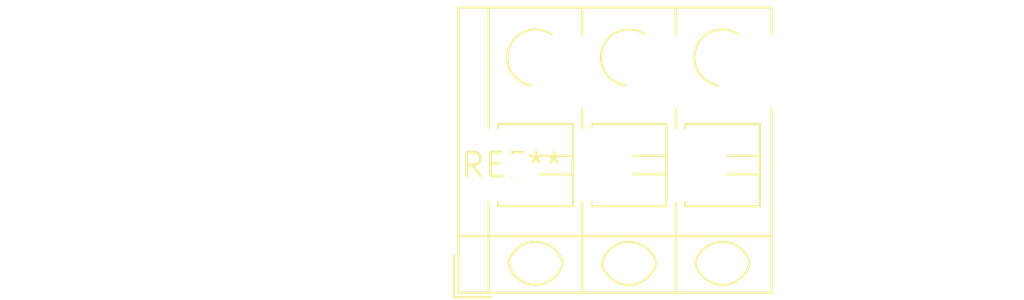
<source format=kicad_pcb>
(kicad_pcb (version 20240108) (generator pcbnew)
  (layers (0 "F.Cu" signal) (31 "B.Cu" signal) (34 "B.Paste" user) (35 "F.Paste" user) (36 "B.SilkS" user "B.Silkscreen") (37 "F.SilkS" user "F.Silkscreen") (38 "B.Mask" user) (39 "F.Mask" user) (44 "Edge.Cuts" user))
  (net 0 "")
  (footprint "TerminalBlock_WAGO_804-103_1x03_P5.00mm_45Degree" (layer "F.Cu") (at 0 0)
    (property "Reference" "REF**")
    (property "Value" "TerminalBlock_WAGO_804-103_1x03_P5.00mm_45Degree")
    (fp_line (start -3.11 4.82) (end -3.11 7.06) (layer "F.SilkS") (stroke (width 0.12)))
    (fp_line (start -3.11 7.06) (end -1.11 7.06) (layer "F.SilkS") (stroke (width 0.12)))
    (fp_line (start -2.87 -8.42) (end -2.87 6.82) (layer "F.SilkS") (stroke (width 0.12)))
    (fp_line (start -2.87 -8.42) (end 13.87 -8.42) (layer "F.SilkS") (stroke (width 0.12)))
    (fp_line (start -2.87 3.8) (end 13.87 3.8) (layer "F.SilkS") (stroke (width 0.12)))
    (fp_line (start -2.87 6.82) (end 13.87 6.82) (layer "F.SilkS") (stroke (width 0.12)))
    (fp_line (start -1.25 -8.42) (end -1.25 -1.98) (layer "F.SilkS") (stroke (width 0.12)))
    (fp_line (start -1.25 1.98) (end -1.25 6.82) (layer "F.SilkS") (stroke (width 0.12)))
    (fp_line (start -0.75 -2.2) (end -0.75 -1.98) (layer "F.SilkS") (stroke (width 0.12)))
    (fp_line (start -0.75 -2.2) (end 3.25 -2.2) (layer "F.SilkS") (stroke (width 0.12)))
    (fp_line (start -0.75 1.98) (end -0.75 2.2) (layer "F.SilkS") (stroke (width 0.12)))
    (fp_line (start -0.75 2.2) (end 3.25 2.2) (layer "F.SilkS") (stroke (width 0.12)))
    (fp_line (start 1.48 -0.5) (end 3.25 -0.5) (layer "F.SilkS") (stroke (width 0.12)))
    (fp_line (start 1.48 0.5) (end 3.25 0.5) (layer "F.SilkS") (stroke (width 0.12)))
    (fp_line (start 3.25 -2.2) (end 3.25 2.2) (layer "F.SilkS") (stroke (width 0.12)))
    (fp_line (start 3.25 -0.5) (end 3.25 0.5) (layer "F.SilkS") (stroke (width 0.12)))
    (fp_line (start 3.75 -8.42) (end 3.75 -6.98) (layer "F.SilkS") (stroke (width 0.12)))
    (fp_line (start 3.75 -3.02) (end 3.75 -1.98) (layer "F.SilkS") (stroke (width 0.12)))
    (fp_line (start 3.75 1.98) (end 3.75 6.82) (layer "F.SilkS") (stroke (width 0.12)))
    (fp_line (start 4.25 -2.2) (end 4.25 -1.98) (layer "F.SilkS") (stroke (width 0.12)))
    (fp_line (start 4.25 -2.2) (end 8.25 -2.2) (layer "F.SilkS") (stroke (width 0.12)))
    (fp_line (start 4.25 1.98) (end 4.25 2.2) (layer "F.SilkS") (stroke (width 0.12)))
    (fp_line (start 4.25 2.2) (end 8.25 2.2) (layer "F.SilkS") (stroke (width 0.12)))
    (fp_line (start 6.48 -0.5) (end 8.25 -0.5) (layer "F.SilkS") (stroke (width 0.12)))
    (fp_line (start 6.48 0.5) (end 8.25 0.5) (layer "F.SilkS") (stroke (width 0.12)))
    (fp_line (start 8.25 -2.2) (end 8.25 2.2) (layer "F.SilkS") (stroke (width 0.12)))
    (fp_line (start 8.25 -0.5) (end 8.25 0.5) (layer "F.SilkS") (stroke (width 0.12)))
    (fp_line (start 8.75 -8.42) (end 8.75 -6.98) (layer "F.SilkS") (stroke (width 0.12)))
    (fp_line (start 8.75 -3.02) (end 8.75 -1.98) (layer "F.SilkS") (stroke (width 0.12)))
    (fp_line (start 8.75 1.98) (end 8.75 6.82) (layer "F.SilkS") (stroke (width 0.12)))
    (fp_line (start 9.25 -2.2) (end 9.25 -1.98) (layer "F.SilkS") (stroke (width 0.12)))
    (fp_line (start 9.25 -2.2) (end 13.25 -2.2) (layer "F.SilkS") (stroke (width 0.12)))
    (fp_line (start 9.25 1.98) (end 9.25 2.2) (layer "F.SilkS") (stroke (width 0.12)))
    (fp_line (start 9.25 2.2) (end 13.25 2.2) (layer "F.SilkS") (stroke (width 0.12)))
    (fp_line (start 11.48 -0.5) (end 13.25 -0.5) (layer "F.SilkS") (stroke (width 0.12)))
    (fp_line (start 11.48 0.5) (end 13.25 0.5) (layer "F.SilkS") (stroke (width 0.12)))
    (fp_line (start 13.25 -2.2) (end 13.25 2.2) (layer "F.SilkS") (stroke (width 0.12)))
    (fp_line (start 13.25 -0.5) (end 13.25 0.5) (layer "F.SilkS") (stroke (width 0.12)))
    (fp_line (start 13.87 -8.42) (end 13.87 -6.98) (layer "F.SilkS") (stroke (width 0.12)))
    (fp_line (start 13.87 -3.02) (end 13.87 6.82) (layer "F.SilkS") (stroke (width 0.12)))
    (fp_arc (start -0.200865 5.250424) (mid 1.250296 4.099926) (end 2.701 5.251) (layer "F.SilkS") (stroke (width 0.12)))
    (fp_arc (start 1.040798 -4.264067) (mid -0.146039 -6.300306) (end 2.111 -6.979) (layer "F.SilkS") (stroke (width 0.12)))
    (fp_arc (start 2.7 5.25) (mid 1.250068 6.400101) (end -0.199969 5.250133) (layer "F.SilkS") (stroke (width 0.12)))
    (fp_arc (start 4.799135 5.250424) (mid 6.250296 4.099926) (end 7.701 5.251) (layer "F.SilkS") (stroke (width 0.12)))
    (fp_arc (start 6.040798 -4.264067) (mid 4.853961 -6.300306) (end 7.111 -6.979) (layer "F.SilkS") (stroke (width 0.12)))
    (fp_arc (start 7.7 5.25) (mid 6.250068 6.400101) (end 4.800031 5.250133) (layer "F.SilkS") (stroke (width 0.12)))
    (fp_arc (start 9.799135 5.250424) (mid 11.250296 4.099926) (end 12.701 5.251) (layer "F.SilkS") (stroke (width 0.12)))
    (fp_arc (start 11.040798 -4.264067) (mid 9.853961 -6.300306) (end 12.111 -6.979) (layer "F.SilkS") (stroke (width 0.12)))
    (fp_arc (start 12.7 5.25) (mid 11.250068 6.400101) (end 9.800031 5.250133) (layer "F.SilkS") (stroke (width 0.12)))
    (pad "1" thru_hole rect (at 0 0) (size 2 3) (drill 1.2) (layers *.Cu *.Mask) (remove_unused_layers))
    (pad "1" thru_hole rect (at 2.5 -5) (size 2 3) (drill 1.2) (layers *.Cu *.Mask) (remove_unused_layers))
    (pad "2" thru_hole oval (at 5 0) (size 2 3) (drill 1.2) (layers *.Cu *.Mask) (remove_unused_layers))
    (pad "2" thru_hole oval (at 7.5 -5) (size 2 3) (drill 1.2) (layers *.Cu *.Mask) (remove_unused_layers))
    (pad "3" thru_hole oval (at 10 0) (size 2 3) (drill 1.2) (layers *.Cu *.Mask) (remove_unused_layers))
    (pad "3" thru_hole oval (at 12.5 -5) (size 2 3) (drill 1.2) (layers *.Cu *.Mask) (remove_unused_layers))
  )
)
</source>
